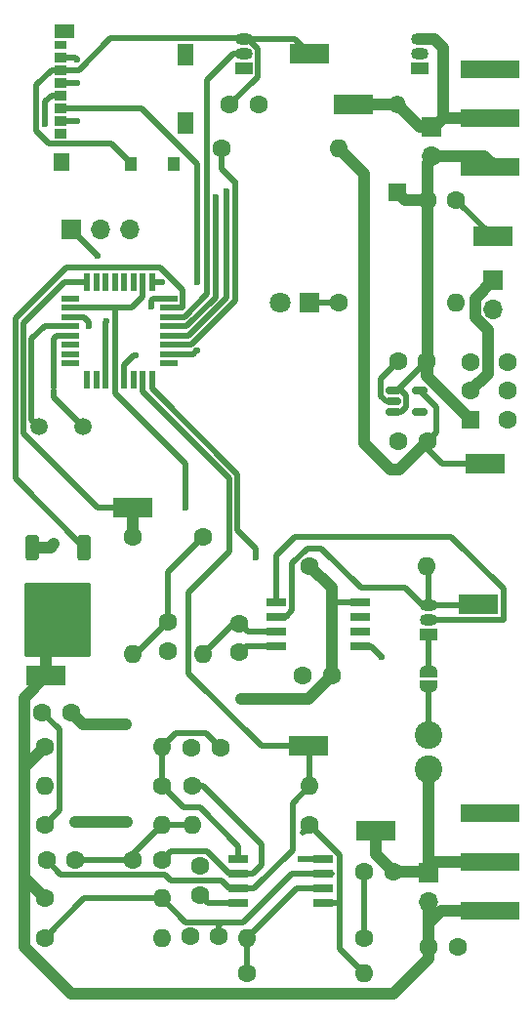
<source format=gbr>
%TF.GenerationSoftware,KiCad,Pcbnew,8.0.5*%
%TF.CreationDate,2024-10-24T17:31:16-06:00*%
%TF.ProjectId,fluxgate,666c7578-6761-4746-952e-6b696361645f,rev?*%
%TF.SameCoordinates,Original*%
%TF.FileFunction,Copper,L1,Top*%
%TF.FilePolarity,Positive*%
%FSLAX46Y46*%
G04 Gerber Fmt 4.6, Leading zero omitted, Abs format (unit mm)*
G04 Created by KiCad (PCBNEW 8.0.5) date 2024-10-24 17:31:16*
%MOMM*%
%LPD*%
G01*
G04 APERTURE LIST*
G04 Aperture macros list*
%AMRoundRect*
0 Rectangle with rounded corners*
0 $1 Rounding radius*
0 $2 $3 $4 $5 $6 $7 $8 $9 X,Y pos of 4 corners*
0 Add a 4 corners polygon primitive as box body*
4,1,4,$2,$3,$4,$5,$6,$7,$8,$9,$2,$3,0*
0 Add four circle primitives for the rounded corners*
1,1,$1+$1,$2,$3*
1,1,$1+$1,$4,$5*
1,1,$1+$1,$6,$7*
1,1,$1+$1,$8,$9*
0 Add four rect primitives between the rounded corners*
20,1,$1+$1,$2,$3,$4,$5,0*
20,1,$1+$1,$4,$5,$6,$7,0*
20,1,$1+$1,$6,$7,$8,$9,0*
20,1,$1+$1,$8,$9,$2,$3,0*%
%AMFreePoly0*
4,1,19,0.000000,0.744911,0.071157,0.744911,0.207708,0.704816,0.327430,0.627875,0.420627,0.520320,0.479746,0.390866,0.500000,0.250000,0.500000,-0.250000,0.479746,-0.390866,0.420627,-0.520320,0.327430,-0.627875,0.207708,-0.704816,0.071157,-0.744911,0.000000,-0.744911,0.000000,-0.750000,-0.500000,-0.750000,-0.500000,0.750000,0.000000,0.750000,0.000000,0.744911,0.000000,0.744911,
$1*%
%AMFreePoly1*
4,1,19,0.500000,-0.750000,0.000000,-0.750000,0.000000,-0.744911,-0.071157,-0.744911,-0.207708,-0.704816,-0.327430,-0.627875,-0.420627,-0.520320,-0.479746,-0.390866,-0.500000,-0.250000,-0.500000,0.250000,-0.479746,0.390866,-0.420627,0.520320,-0.327430,0.627875,-0.207708,0.704816,-0.071157,0.744911,0.000000,0.744911,0.000000,0.750000,0.500000,0.750000,0.500000,-0.750000,0.500000,-0.750000,
$1*%
G04 Aperture macros list end*
%TA.AperFunction,ComponentPad*%
%ADD10O,1.500000X1.050000*%
%TD*%
%TA.AperFunction,ComponentPad*%
%ADD11R,1.500000X1.050000*%
%TD*%
%TA.AperFunction,ComponentPad*%
%ADD12C,1.600000*%
%TD*%
%TA.AperFunction,ComponentPad*%
%ADD13O,1.600000X1.600000*%
%TD*%
%TA.AperFunction,SMDPad,CuDef*%
%ADD14R,3.400000X1.800000*%
%TD*%
%TA.AperFunction,SMDPad,CuDef*%
%ADD15R,5.080000X1.500000*%
%TD*%
%TA.AperFunction,SMDPad,CuDef*%
%ADD16RoundRect,0.150000X-0.512500X-0.150000X0.512500X-0.150000X0.512500X0.150000X-0.512500X0.150000X0*%
%TD*%
%TA.AperFunction,SMDPad,CuDef*%
%ADD17R,0.550000X1.600000*%
%TD*%
%TA.AperFunction,SMDPad,CuDef*%
%ADD18R,1.600000X0.550000*%
%TD*%
%TA.AperFunction,SMDPad,CuDef*%
%ADD19RoundRect,0.250000X-0.350000X0.850000X-0.350000X-0.850000X0.350000X-0.850000X0.350000X0.850000X0*%
%TD*%
%TA.AperFunction,SMDPad,CuDef*%
%ADD20RoundRect,0.250000X-1.125000X1.275000X-1.125000X-1.275000X1.125000X-1.275000X1.125000X1.275000X0*%
%TD*%
%TA.AperFunction,SMDPad,CuDef*%
%ADD21RoundRect,0.249997X-2.650003X2.950003X-2.650003X-2.950003X2.650003X-2.950003X2.650003X2.950003X0*%
%TD*%
%TA.AperFunction,ComponentPad*%
%ADD22C,1.800000*%
%TD*%
%TA.AperFunction,ComponentPad*%
%ADD23R,1.800000X1.800000*%
%TD*%
%TA.AperFunction,ComponentPad*%
%ADD24C,2.400000*%
%TD*%
%TA.AperFunction,SMDPad,CuDef*%
%ADD25R,1.700000X0.650000*%
%TD*%
%TA.AperFunction,ComponentPad*%
%ADD26O,1.700000X1.700000*%
%TD*%
%TA.AperFunction,ComponentPad*%
%ADD27R,1.700000X1.700000*%
%TD*%
%TA.AperFunction,ComponentPad*%
%ADD28R,1.600000X1.600000*%
%TD*%
%TA.AperFunction,ComponentPad*%
%ADD29C,1.500000*%
%TD*%
%TA.AperFunction,SMDPad,CuDef*%
%ADD30R,1.800000X1.170000*%
%TD*%
%TA.AperFunction,SMDPad,CuDef*%
%ADD31R,1.350000X1.900000*%
%TD*%
%TA.AperFunction,SMDPad,CuDef*%
%ADD32R,1.350000X1.550000*%
%TD*%
%TA.AperFunction,SMDPad,CuDef*%
%ADD33R,1.000000X1.200000*%
%TD*%
%TA.AperFunction,SMDPad,CuDef*%
%ADD34R,1.100000X0.750000*%
%TD*%
%TA.AperFunction,SMDPad,CuDef*%
%ADD35R,1.100000X0.850000*%
%TD*%
%TA.AperFunction,ComponentPad*%
%ADD36O,1.500000X1.500000*%
%TD*%
%TA.AperFunction,ComponentPad*%
%ADD37R,1.500000X1.500000*%
%TD*%
%TA.AperFunction,SMDPad,CuDef*%
%ADD38FreePoly0,90.000000*%
%TD*%
%TA.AperFunction,SMDPad,CuDef*%
%ADD39FreePoly1,90.000000*%
%TD*%
%TA.AperFunction,ViaPad*%
%ADD40C,0.600000*%
%TD*%
%TA.AperFunction,Conductor*%
%ADD41C,1.000000*%
%TD*%
%TA.AperFunction,Conductor*%
%ADD42C,0.500000*%
%TD*%
G04 APERTURE END LIST*
D10*
%TO.P,Q3,3,C*%
%TO.N,Net-(Q3-C)*%
X189992000Y-80899000D03*
%TO.P,Q3,2,B*%
%TO.N,Net-(Q3-B)*%
X189992000Y-82169000D03*
D11*
%TO.P,Q3,1,E*%
%TO.N,Net-(JP1-B)*%
X189992000Y-83439000D03*
%TD*%
D12*
%TO.P,C8,2*%
%TO.N,GND*%
X192512000Y-110490000D03*
%TO.P,C8,1*%
%TO.N,SENSOR_GND*%
X190012000Y-110490000D03*
%TD*%
D13*
%TO.P,R2,2*%
%TO.N,Net-(U5A-+)*%
X170434000Y-85090000D03*
D12*
%TO.P,R2,1*%
%TO.N,Net-(C2-Pad2)*%
X170434000Y-74930000D03*
%TD*%
D14*
%TO.P,TP1,1,1*%
%TO.N,GND*%
X195580000Y-48895000D03*
%TD*%
%TO.P,TP7,1,1*%
%TO.N,ADC+*%
X179578000Y-93091000D03*
%TD*%
D13*
%TO.P,R7,2*%
%TO.N,GND*%
X192405000Y-54610000D03*
D12*
%TO.P,R7,1*%
%TO.N,Net-(D1-K)*%
X182245000Y-54610000D03*
%TD*%
D15*
%TO.P,J1,2,Ext*%
%TO.N,VDD*%
X195326000Y-42858000D03*
X195326000Y-34358000D03*
%TO.P,J1,1,In*%
%TO.N,Net-(D4-A)*%
X195326000Y-38608000D03*
%TD*%
D16*
%TO.P,U4,5,OUT*%
%TO.N,+3V3*%
X189250000Y-62230000D03*
%TO.P,U4,4,NC*%
%TO.N,unconnected-(U4-NC-Pad4)*%
X189250000Y-64130000D03*
%TO.P,U4,3,EN*%
%TO.N,VDD*%
X186975000Y-64130000D03*
%TO.P,U4,2,GND*%
%TO.N,GND*%
X186975000Y-63180000D03*
%TO.P,U4,1,IN*%
%TO.N,VDD*%
X186975000Y-62230000D03*
%TD*%
D17*
%TO.P,U1,32,PA2*%
%TO.N,ADC-*%
X165995000Y-61330000D03*
%TO.P,U1,31,PA1*%
%TO.N,ADC+*%
X165195000Y-61330000D03*
%TO.P,U1,30,PA0*%
%TO.N,unconnected-(U1-PA0-Pad30)*%
X164395000Y-61330000D03*
%TO.P,U1,29,GND*%
%TO.N,GND*%
X163595000Y-61330000D03*
%TO.P,U1,28,VDD*%
%TO.N,+3V3*%
X162795000Y-61330000D03*
%TO.P,U1,27,UPDI*%
%TO.N,Net-(J5-Pin_2)*%
X161995000Y-61330000D03*
%TO.P,U1,26,~{RESET}/PF6*%
%TO.N,unconnected-(U1-~{RESET}{slash}PF6-Pad26)*%
X161195000Y-61330000D03*
%TO.P,U1,25,PF5*%
%TO.N,unconnected-(U1-PF5-Pad25)*%
X160395000Y-61330000D03*
D18*
%TO.P,U1,24,PF4*%
%TO.N,unconnected-(U1-PF4-Pad24)*%
X158945000Y-59880000D03*
%TO.P,U1,23,PF3*%
%TO.N,unconnected-(U1-PF3-Pad23)*%
X158945000Y-59080000D03*
%TO.P,U1,22,PF2*%
%TO.N,unconnected-(U1-PF2-Pad22)*%
X158945000Y-58280000D03*
%TO.P,U1,21,XTAL32K2/PF1*%
%TO.N,Net-(U1-XTAL32K2{slash}PF1)*%
X158945000Y-57480000D03*
%TO.P,U1,20,XTAL32K1/PF0*%
%TO.N,Net-(U1-XTAL32K1{slash}PF0)*%
X158945000Y-56680000D03*
%TO.P,U1,19,GND*%
%TO.N,GND*%
X158945000Y-55880000D03*
%TO.P,U1,18,AVDD*%
%TO.N,+3V3*%
X158945000Y-55080000D03*
%TO.P,U1,17,VREFA/PD7*%
%TO.N,unconnected-(U1-VREFA{slash}PD7-Pad17)*%
X158945000Y-54280000D03*
D17*
%TO.P,U1,16,PD6*%
%TO.N,Comp*%
X160395000Y-52830000D03*
%TO.P,U1,15,PD5*%
%TO.N,unconnected-(U1-PD5-Pad15)*%
X161195000Y-52830000D03*
%TO.P,U1,14,PD4*%
%TO.N,unconnected-(U1-PD4-Pad14)*%
X161995000Y-52830000D03*
%TO.P,U1,13,PD3*%
%TO.N,unconnected-(U1-PD3-Pad13)*%
X162795000Y-52830000D03*
%TO.P,U1,12,PD2*%
%TO.N,unconnected-(U1-PD2-Pad12)*%
X163595000Y-52830000D03*
%TO.P,U1,11,PD1*%
%TO.N,unconnected-(U1-PD1-Pad11)*%
X164395000Y-52830000D03*
%TO.P,U1,10,PD0*%
%TO.N,+3V3*%
X165195000Y-52830000D03*
%TO.P,U1,9,PC3*%
%TO.N,DRIVE_GATE*%
X165995000Y-52830000D03*
D18*
%TO.P,U1,8,PC2*%
%TO.N,Net-(D1-A)*%
X167445000Y-54280000D03*
%TO.P,U1,7,PC1*%
%TO.N,E_SENSOR*%
X167445000Y-55080000D03*
%TO.P,U1,6,PC0*%
%TO.N,E_CARD*%
X167445000Y-55880000D03*
%TO.P,U1,5,PA7*%
%TO.N,CS*%
X167445000Y-56680000D03*
%TO.P,U1,4,PA6*%
%TO.N,SCK*%
X167445000Y-57480000D03*
%TO.P,U1,3,PA5*%
%TO.N,MISO*%
X167445000Y-58280000D03*
%TO.P,U1,2,PA4*%
%TO.N,MOSI*%
X167445000Y-59080000D03*
%TO.P,U1,1,PA3*%
%TO.N,unconnected-(U1-PA3-Pad1)*%
X167445000Y-59880000D03*
%TD*%
D12*
%TO.P,C9,2*%
%TO.N,+3V3*%
X181610000Y-86995000D03*
%TO.P,C9,1*%
%TO.N,GND*%
X179110000Y-86995000D03*
%TD*%
D13*
%TO.P,R10,2*%
%TO.N,Net-(R10-Pad2)*%
X184404000Y-112776000D03*
D12*
%TO.P,R10,1*%
%TO.N,Net-(U2A--)*%
X174244000Y-112776000D03*
%TD*%
%TO.P,C4,2*%
%TO.N,+3V3*%
X170180000Y-106005000D03*
%TO.P,C4,1*%
%TO.N,GND*%
X170180000Y-103505000D03*
%TD*%
D13*
%TO.P,R14,2*%
%TO.N,+3V3*%
X156718000Y-96520000D03*
D12*
%TO.P,R14,1*%
%TO.N,ADC-*%
X166878000Y-96520000D03*
%TD*%
%TO.P,C1,2*%
%TO.N,Net-(U5A-+)*%
X173609000Y-82443000D03*
%TO.P,C1,1*%
%TO.N,GND*%
X173609000Y-84943000D03*
%TD*%
D19*
%TO.P,Q5,3,S*%
%TO.N,GND*%
X155580000Y-75845000D03*
D20*
%TO.P,Q5,2,D*%
%TO.N,SENSOR_GND*%
X156335000Y-83820000D03*
X159385000Y-83820000D03*
D21*
X157860000Y-82145000D03*
D20*
X156335000Y-80470000D03*
X159385000Y-80470000D03*
D19*
%TO.P,Q5,1,G*%
%TO.N,E_SENSOR*%
X160140000Y-75845000D03*
%TD*%
D12*
%TO.P,C5,2*%
%TO.N,VDD*%
X189865000Y-59690000D03*
%TO.P,C5,1*%
%TO.N,GND*%
X187365000Y-59690000D03*
%TD*%
D14*
%TO.P,TP8,1,1*%
%TO.N,Comp*%
X164338000Y-72390000D03*
%TD*%
%TO.P,TP3,1,1*%
%TO.N,SENSOR_GND*%
X156845000Y-86995000D03*
%TD*%
D22*
%TO.P,D1,2,A*%
%TO.N,Net-(D1-A)*%
X177165000Y-54610000D03*
D23*
%TO.P,D1,1,K*%
%TO.N,Net-(D1-K)*%
X179705000Y-54610000D03*
%TD*%
D24*
%TO.P,L1,2,2*%
%TO.N,Compensation*%
X189992000Y-92123000D03*
%TO.P,L1,1,1*%
%TO.N,Net-(J8-Pin_1)*%
X189992000Y-95123000D03*
%TD*%
D13*
%TO.P,R5,2*%
%TO.N,+3V3*%
X166878000Y-109728000D03*
D12*
%TO.P,R5,1*%
%TO.N,Net-(U2A-+)*%
X156718000Y-109728000D03*
%TD*%
%TO.P,C15,2*%
%TO.N,Net-(U2B--)*%
X166878000Y-102997000D03*
%TO.P,C15,1*%
%TO.N,Net-(C14-Pad1)*%
X164378000Y-102997000D03*
%TD*%
%TO.P,C7,2*%
%TO.N,GND*%
X175260000Y-37465000D03*
%TO.P,C7,1*%
%TO.N,CARD_GND*%
X172760000Y-37465000D03*
%TD*%
%TO.P,C10,2*%
%TO.N,Net-(U2A-+)*%
X171831000Y-109601000D03*
%TO.P,C10,1*%
%TO.N,GND*%
X169331000Y-109601000D03*
%TD*%
D25*
%TO.P,U5,8,V+*%
%TO.N,+3V3*%
X184105866Y-80585122D03*
%TO.P,U5,7*%
%TO.N,unconnected-(U5-Pad7)*%
X184105866Y-81855122D03*
%TO.P,U5,6,-*%
%TO.N,unconnected-(U5B---Pad6)*%
X184105866Y-83125122D03*
%TO.P,U5,5,+*%
%TO.N,GND*%
X184105866Y-84395122D03*
%TO.P,U5,4,V-*%
X176805866Y-84395122D03*
%TO.P,U5,3,+*%
%TO.N,Net-(U5A-+)*%
X176805866Y-83125122D03*
%TO.P,U5,2,-*%
%TO.N,Net-(Q3-C)*%
X176805866Y-81855122D03*
%TO.P,U5,1*%
%TO.N,Net-(Q3-B)*%
X176805866Y-80585122D03*
%TD*%
D13*
%TO.P,R1,2*%
%TO.N,Net-(Q3-C)*%
X189865000Y-77470000D03*
D12*
%TO.P,R1,1*%
%TO.N,+3V3*%
X179705000Y-77470000D03*
%TD*%
D26*
%TO.P,J3,2,Pin_2*%
%TO.N,GND*%
X195580000Y-55240000D03*
D27*
%TO.P,J3,1,Pin_1*%
%TO.N,Net-(J3-Pin_1)*%
X195580000Y-52700000D03*
%TD*%
D12*
%TO.P,C16,2*%
%TO.N,ADC-*%
X171958000Y-93218000D03*
%TO.P,C16,1*%
%TO.N,GND*%
X169458000Y-93218000D03*
%TD*%
%TO.P,C13,2*%
%TO.N,Net-(C13-Pad2)*%
X184444000Y-104013000D03*
%TO.P,C13,1*%
%TO.N,Net-(J8-Pin_1)*%
X186944000Y-104013000D03*
%TD*%
%TO.P,SW1,6*%
%TO.N,N/C*%
X196875000Y-59770000D03*
%TO.P,SW1,5*%
X196875000Y-62270000D03*
%TO.P,SW1,4*%
X196875000Y-64770000D03*
%TO.P,SW1,3,C*%
%TO.N,unconnected-(SW1-C-Pad3)*%
X193675000Y-59770000D03*
%TO.P,SW1,2,B*%
%TO.N,Net-(J3-Pin_1)*%
X193675000Y-62270000D03*
D28*
%TO.P,SW1,1,A*%
%TO.N,VDD*%
X193675000Y-64770000D03*
%TD*%
D12*
%TO.P,C14,2*%
%TO.N,ADC+*%
X156865000Y-102997000D03*
%TO.P,C14,1*%
%TO.N,Net-(C14-Pad1)*%
X159365000Y-102997000D03*
%TD*%
D29*
%TO.P,Y1,2,2*%
%TO.N,Net-(U1-XTAL32K1{slash}PF0)*%
X156220000Y-65405000D03*
%TO.P,Y1,1,1*%
%TO.N,Net-(U1-XTAL32K2{slash}PF1)*%
X160020000Y-65405000D03*
%TD*%
D25*
%TO.P,U2,8,V+*%
%TO.N,+3V3*%
X173515000Y-106680000D03*
%TO.P,U2,7*%
%TO.N,ADC+*%
X173515000Y-105410000D03*
%TO.P,U2,6,-*%
%TO.N,Net-(U2B--)*%
X173515000Y-104140000D03*
%TO.P,U2,5,+*%
%TO.N,ADC-*%
X173515000Y-102870000D03*
%TO.P,U2,4,V-*%
%TO.N,GND*%
X180815000Y-102870000D03*
%TO.P,U2,3,+*%
%TO.N,Net-(U2A-+)*%
X180815000Y-104140000D03*
%TO.P,U2,2,-*%
%TO.N,Net-(U2A--)*%
X180815000Y-105410000D03*
%TO.P,U2,1*%
%TO.N,Net-(R10-Pad2)*%
X180815000Y-106680000D03*
%TD*%
D12*
%TO.P,C11,2*%
%TO.N,Net-(C11-Pad2)*%
X156504000Y-90170000D03*
%TO.P,C11,1*%
%TO.N,GND*%
X159004000Y-90170000D03*
%TD*%
D10*
%TO.P,Q4,3,D*%
%TO.N,CARD_GND*%
X173990000Y-31750000D03*
%TO.P,Q4,2,G*%
%TO.N,E_CARD*%
X173990000Y-33020000D03*
D11*
%TO.P,Q4,1,S*%
%TO.N,GND*%
X173990000Y-34290000D03*
%TD*%
D12*
%TO.P,C2,2*%
%TO.N,Net-(C2-Pad2)*%
X167386000Y-82336000D03*
%TO.P,C2,1*%
%TO.N,GND*%
X167386000Y-84836000D03*
%TD*%
D13*
%TO.P,R16,2*%
%TO.N,ADC+*%
X179705000Y-96520000D03*
D12*
%TO.P,R16,1*%
%TO.N,Net-(U2B--)*%
X169545000Y-96520000D03*
%TD*%
D30*
%TO.P,J7,11*%
%TO.N,N/C*%
X158412500Y-31075000D03*
D31*
X168887500Y-33100000D03*
X168887500Y-39070000D03*
D32*
X158187500Y-42395000D03*
D33*
%TO.P,J7,10*%
X167912500Y-42570000D03*
%TO.P,J7,9,SHIELD*%
%TO.N,CARD_GND*%
X164212500Y-42570000D03*
D34*
%TO.P,J7,8,DAT1*%
%TO.N,unconnected-(J7-DAT1-Pad8)*%
X158062500Y-32285000D03*
D35*
%TO.P,J7,7,DAT0*%
%TO.N,MISO*%
X158062500Y-33335000D03*
%TO.P,J7,6,VSS*%
%TO.N,CARD_GND*%
X158062500Y-34435000D03*
%TO.P,J7,5,CLK*%
%TO.N,SCK*%
X158062500Y-35535000D03*
%TO.P,J7,4,VDD*%
%TO.N,+3V3*%
X158062500Y-36635000D03*
%TO.P,J7,3,CMD*%
%TO.N,MOSI*%
X158062500Y-37735000D03*
%TO.P,J7,2,DAT3/CD*%
%TO.N,CS*%
X158062500Y-38835000D03*
%TO.P,J7,1,DAT2*%
%TO.N,unconnected-(J7-DAT2-Pad1)*%
X158062500Y-39935000D03*
%TD*%
D14*
%TO.P,TP6,1,1*%
%TO.N,Net-(J8-Pin_1)*%
X185420000Y-100457000D03*
%TD*%
D26*
%TO.P,J2,2,Pin_2*%
%TO.N,VDD*%
X190246000Y-41910000D03*
D27*
%TO.P,J2,1,Pin_1*%
%TO.N,Net-(D4-A)*%
X190246000Y-39370000D03*
%TD*%
D13*
%TO.P,R3,2*%
%TO.N,Net-(C2-Pad2)*%
X164338000Y-85090000D03*
D12*
%TO.P,R3,1*%
%TO.N,Comp*%
X164338000Y-74930000D03*
%TD*%
D26*
%TO.P,J5,3,Pin_3*%
%TO.N,GND*%
X164099000Y-48260000D03*
%TO.P,J5,2,Pin_2*%
%TO.N,Net-(J5-Pin_2)*%
X161559000Y-48260000D03*
D27*
%TO.P,J5,1,Pin_1*%
%TO.N,+3V3*%
X159019000Y-48260000D03*
%TD*%
D14*
%TO.P,TP4,1,1*%
%TO.N,Net-(D4-A)*%
X183515000Y-37465000D03*
%TD*%
D12*
%TO.P,C3,2*%
%TO.N,GND*%
X192405000Y-45720000D03*
%TO.P,C3,1*%
%TO.N,VDD*%
X189905000Y-45720000D03*
%TD*%
D13*
%TO.P,R8,2*%
%TO.N,Net-(U2A-+)*%
X166878000Y-106299000D03*
D12*
%TO.P,R8,1*%
%TO.N,SENSOR_GND*%
X156718000Y-106299000D03*
%TD*%
D13*
%TO.P,R13,2*%
%TO.N,Net-(C14-Pad1)*%
X166878000Y-99949000D03*
D12*
%TO.P,R13,1*%
%TO.N,Net-(C11-Pad2)*%
X156718000Y-99949000D03*
%TD*%
D13*
%TO.P,R9,2*%
%TO.N,Net-(U2A--)*%
X174244000Y-109728000D03*
D12*
%TO.P,R9,1*%
%TO.N,Net-(C13-Pad2)*%
X184404000Y-109728000D03*
%TD*%
D36*
%TO.P,D4,2,A*%
%TO.N,Net-(D4-A)*%
X187325000Y-37465000D03*
D37*
%TO.P,D4,1,K*%
%TO.N,VDD*%
X187325000Y-45085000D03*
%TD*%
D15*
%TO.P,J9,2,Ext*%
%TO.N,SENSOR_GND*%
X195297500Y-107374000D03*
X195297500Y-98874000D03*
%TO.P,J9,1,In*%
%TO.N,Net-(J8-Pin_1)*%
X195297500Y-103124000D03*
%TD*%
D12*
%TO.P,C6,2*%
%TO.N,+3V3*%
X189885000Y-66675000D03*
%TO.P,C6,1*%
%TO.N,GND*%
X187385000Y-66675000D03*
%TD*%
D38*
%TO.P,JP1,2,B*%
%TO.N,Net-(JP1-B)*%
X189992000Y-86599000D03*
D39*
%TO.P,JP1,1,A*%
%TO.N,Compensation*%
X189992000Y-87899000D03*
%TD*%
D14*
%TO.P,TP5,1,1*%
%TO.N,+3V3*%
X194945000Y-68580000D03*
%TD*%
D13*
%TO.P,R12,2*%
%TO.N,Net-(C14-Pad1)*%
X169545000Y-99949000D03*
D12*
%TO.P,R12,1*%
%TO.N,Net-(R10-Pad2)*%
X179705000Y-99949000D03*
%TD*%
D26*
%TO.P,J8,2,Pin_2*%
%TO.N,SENSOR_GND*%
X189967870Y-106581807D03*
D27*
%TO.P,J8,1,Pin_1*%
%TO.N,Net-(J8-Pin_1)*%
X189967870Y-104041807D03*
%TD*%
D13*
%TO.P,R15,2*%
%TO.N,ADC-*%
X166893800Y-93133849D03*
D12*
%TO.P,R15,1*%
%TO.N,SENSOR_GND*%
X156733800Y-93133849D03*
%TD*%
D14*
%TO.P,TP9,1,1*%
%TO.N,Net-(Q3-C)*%
X194349983Y-80800942D03*
%TD*%
D10*
%TO.P,Q1,3,D*%
%TO.N,Net-(D4-A)*%
X189230000Y-31750000D03*
%TO.P,Q1,2,G*%
%TO.N,DRIVE_GATE*%
X189230000Y-33020000D03*
D11*
%TO.P,Q1,1,S*%
%TO.N,GND*%
X189230000Y-34290000D03*
%TD*%
D13*
%TO.P,R6,2*%
%TO.N,+3V3*%
X182245000Y-41275000D03*
D12*
%TO.P,R6,1*%
%TO.N,MISO*%
X172085000Y-41275000D03*
%TD*%
D14*
%TO.P,TP2,1,1*%
%TO.N,CARD_GND*%
X179705000Y-33020000D03*
%TD*%
D40*
%TO.N,SENSOR_GND*%
X195300600Y-107374000D03*
X195297500Y-98874000D03*
%TO.N,VDD*%
X195326000Y-42858000D03*
X195326000Y-34358000D03*
%TO.N,+3V3*%
X173700196Y-89027000D03*
%TO.N,GND*%
X185928000Y-85344000D03*
X163766500Y-91186000D03*
X157480000Y-75565000D03*
X159385000Y-99695000D03*
X163830000Y-99695000D03*
X178943000Y-102870000D03*
X160528000Y-56642000D03*
X164592000Y-59182000D03*
%TO.N,+3V3*%
X168910000Y-72390000D03*
X161305000Y-50546000D03*
X156718000Y-39116000D03*
X161798000Y-55080000D03*
%TO.N,ADC-*%
X175006000Y-76708000D03*
%TO.N,Net-(D1-A)*%
X165989000Y-54991000D03*
%TO.N,Net-(J5-Pin_2)*%
X162045000Y-56235600D03*
%TO.N,SCK*%
X172466000Y-44958000D03*
X159512000Y-35560000D03*
%TO.N,MISO*%
X159512000Y-33528000D03*
X173228000Y-44196000D03*
%TO.N,CS*%
X159512000Y-38862000D03*
X171565000Y-45466000D03*
%TO.N,MOSI*%
X169926000Y-52832000D03*
X169937174Y-58783287D03*
%TO.N,DRIVE_GATE*%
X166894669Y-52815331D03*
%TD*%
D41*
%TO.N,SENSOR_GND*%
X195300600Y-107374000D02*
X195805500Y-107374000D01*
D42*
%TO.N,MOSI*%
X169937174Y-58783287D02*
X169866463Y-58783287D01*
X169866463Y-58783287D02*
X169569750Y-59080000D01*
X169569750Y-59080000D02*
X167445000Y-59080000D01*
%TO.N,Net-(J5-Pin_2)*%
X162045000Y-56235600D02*
X161995000Y-56285600D01*
X161995000Y-56285600D02*
X161995000Y-61330000D01*
D41*
%TO.N,VDD*%
X194852500Y-41905000D02*
X194852500Y-42384500D01*
X194852500Y-42384500D02*
X195326000Y-42858000D01*
D42*
%TO.N,ADC+*%
X179578000Y-93091000D02*
X175514000Y-93091000D01*
X175514000Y-93091000D02*
X169184000Y-86761000D01*
X169184000Y-86761000D02*
X169184000Y-79736000D01*
X169184000Y-79736000D02*
X172720000Y-76200000D01*
X172720000Y-76200000D02*
X172720000Y-69850000D01*
X172720000Y-69850000D02*
X165195000Y-62325000D01*
X165195000Y-62325000D02*
X165195000Y-61330000D01*
D41*
%TO.N,+3V3*%
X173700196Y-89027000D02*
X179578000Y-89027000D01*
X179578000Y-89027000D02*
X181610000Y-86995000D01*
D42*
%TO.N,GND*%
X178943000Y-102870000D02*
X180815000Y-102870000D01*
%TO.N,Net-(U2B--)*%
X169545000Y-96520000D02*
X170434000Y-96520000D01*
X170434000Y-96520000D02*
X175514000Y-101600000D01*
X175514000Y-101600000D02*
X175514000Y-103378000D01*
X175514000Y-103378000D02*
X174752000Y-104140000D01*
X174752000Y-104140000D02*
X173515000Y-104140000D01*
%TO.N,ADC+*%
X173515000Y-105410000D02*
X174879000Y-105410000D01*
X178205001Y-102083999D02*
X178205001Y-98019999D01*
X174879000Y-105410000D02*
X178205001Y-102083999D01*
X178205001Y-98019999D02*
X179705000Y-96520000D01*
%TO.N,Net-(Q3-B)*%
X176805866Y-80585122D02*
X176805866Y-76559134D01*
X176805866Y-76559134D02*
X178435000Y-74930000D01*
X178435000Y-74930000D02*
X191979041Y-74930000D01*
X191979041Y-74930000D02*
X196499983Y-79450942D01*
X196499983Y-79450942D02*
X196499983Y-82150942D01*
X190373000Y-82169000D02*
X190119000Y-82423000D01*
X196499983Y-82150942D02*
X196481925Y-82169000D01*
X196481925Y-82169000D02*
X190373000Y-82169000D01*
%TO.N,Net-(Q3-C)*%
X189992000Y-80899000D02*
X189484000Y-80899000D01*
X184150000Y-79375000D02*
X180721000Y-75946000D01*
X189484000Y-80899000D02*
X187960000Y-79375000D01*
X187960000Y-79375000D02*
X184150000Y-79375000D01*
X180721000Y-75946000D02*
X179461233Y-75946000D01*
X179461233Y-75946000D02*
X178181000Y-77226233D01*
X178181000Y-77226233D02*
X178181000Y-81284988D01*
X178181000Y-81284988D02*
X177610866Y-81855122D01*
X177610866Y-81855122D02*
X176805866Y-81855122D01*
%TO.N,GND*%
X186975000Y-63180000D02*
X186312501Y-63180000D01*
X180815000Y-102870000D02*
X180975000Y-102870000D01*
D41*
X160020000Y-91186000D02*
X159004000Y-90170000D01*
D42*
X176805866Y-84395122D02*
X174156878Y-84395122D01*
X185862500Y-62729999D02*
X185862500Y-61192500D01*
X163595000Y-61330000D02*
X163595000Y-60030000D01*
X163595000Y-60030000D02*
X164443000Y-59182000D01*
X160528000Y-56288000D02*
X160528000Y-56642000D01*
D41*
X161290000Y-91186000D02*
X163766500Y-91186000D01*
D42*
X185862500Y-61192500D02*
X187365000Y-59690000D01*
X164443000Y-59182000D02*
X164592000Y-59182000D01*
X184105866Y-84395122D02*
X184979122Y-84395122D01*
D41*
X155580000Y-75845000D02*
X157200000Y-75845000D01*
D42*
X184979122Y-84395122D02*
X185928000Y-85344000D01*
D41*
X157200000Y-75845000D02*
X157480000Y-75565000D01*
D42*
X160120000Y-55880000D02*
X160528000Y-56288000D01*
D41*
X161290000Y-91186000D02*
X160020000Y-91186000D01*
D42*
X195580000Y-48895000D02*
X192405000Y-45720000D01*
X158945000Y-55880000D02*
X160120000Y-55880000D01*
D41*
X159385000Y-99695000D02*
X163830000Y-99695000D01*
D42*
X174156878Y-84395122D02*
X173609000Y-84943000D01*
X186312501Y-63180000D02*
X185862500Y-62729999D01*
%TO.N,Net-(U5A-+)*%
X174291122Y-83125122D02*
X176805866Y-83125122D01*
X173081000Y-82443000D02*
X170434000Y-85090000D01*
X173609000Y-82443000D02*
X174291122Y-83125122D01*
X173609000Y-82443000D02*
X173081000Y-82443000D01*
%TO.N,Net-(C2-Pad2)*%
X167386000Y-77978000D02*
X170434000Y-74930000D01*
X164632000Y-85090000D02*
X167386000Y-82336000D01*
X167386000Y-82336000D02*
X167386000Y-77978000D01*
X164338000Y-85090000D02*
X164632000Y-85090000D01*
D41*
%TO.N,VDD*%
X190500000Y-41905000D02*
X194852500Y-41905000D01*
D42*
X188087500Y-63679999D02*
X188087500Y-62680001D01*
X187637499Y-62230000D02*
X186975000Y-62230000D01*
X186975000Y-64130000D02*
X187637499Y-64130000D01*
D41*
X193675000Y-64770000D02*
X189865000Y-60960000D01*
D42*
X187637499Y-64130000D02*
X188087500Y-63679999D01*
D41*
X194852500Y-41905000D02*
X195805500Y-42858000D01*
X189905000Y-42500000D02*
X190500000Y-41905000D01*
D42*
X188087500Y-62680001D02*
X187637499Y-62230000D01*
D41*
X187960000Y-45720000D02*
X187325000Y-45085000D01*
D42*
X187325000Y-62230000D02*
X189865000Y-59690000D01*
D41*
X189905000Y-60920000D02*
X189905000Y-45720000D01*
X189865000Y-60960000D02*
X189905000Y-60920000D01*
X189905000Y-45720000D02*
X189905000Y-42500000D01*
X189905000Y-45720000D02*
X187960000Y-45720000D01*
X189865000Y-60960000D02*
X189865000Y-59690000D01*
D42*
%TO.N,+3V3*%
X184105866Y-80585122D02*
X181669878Y-80585122D01*
X193695000Y-68580000D02*
X191155000Y-68580000D01*
D41*
X186690000Y-69088000D02*
X187472000Y-69088000D01*
D42*
X165195000Y-54130000D02*
X164245000Y-55080000D01*
X162795000Y-61330000D02*
X162795000Y-62505000D01*
X181669878Y-80585122D02*
X181610000Y-80645000D01*
D41*
X184404000Y-66802000D02*
X186690000Y-69088000D01*
D42*
X191155000Y-68580000D02*
X189885000Y-67310000D01*
X156718000Y-37204500D02*
X156718000Y-39116000D01*
X165195000Y-52830000D02*
X165195000Y-54130000D01*
D41*
X184404000Y-43434000D02*
X184404000Y-66802000D01*
D42*
X164245000Y-55080000D02*
X161798000Y-55080000D01*
X189250000Y-62230000D02*
X190684999Y-63664999D01*
X161798000Y-55080000D02*
X162795000Y-55080000D01*
D41*
X181610000Y-86995000D02*
X181610000Y-80645000D01*
D42*
X162795000Y-55080000D02*
X162795000Y-61330000D01*
X170180000Y-106005000D02*
X170855000Y-106680000D01*
X158062500Y-36635000D02*
X157287500Y-36635000D01*
X161305000Y-50546000D02*
X159019000Y-48260000D01*
D41*
X181610000Y-79375000D02*
X179705000Y-77470000D01*
D42*
X168910000Y-68620000D02*
X168910000Y-72390000D01*
X162795000Y-62505000D02*
X168910000Y-68620000D01*
D41*
X182245000Y-41275000D02*
X184404000Y-43434000D01*
D42*
X161798000Y-55080000D02*
X159766000Y-55080000D01*
X158945000Y-55080000D02*
X159766000Y-55080000D01*
X157287500Y-36635000D02*
X156718000Y-37204500D01*
X190684999Y-63664999D02*
X190684999Y-65875001D01*
D41*
X187472000Y-69088000D02*
X189885000Y-66675000D01*
D42*
X170855000Y-106680000D02*
X173515000Y-106680000D01*
D41*
X181610000Y-80645000D02*
X181610000Y-79375000D01*
D42*
X190684999Y-65875001D02*
X189885000Y-66675000D01*
%TO.N,CARD_GND*%
X172760000Y-37465000D02*
X175190000Y-35035000D01*
X174323858Y-31750000D02*
X173990000Y-31750000D01*
X157287500Y-34435000D02*
X155968000Y-35754500D01*
X173990000Y-31750000D02*
X173940000Y-31700000D01*
X175190000Y-32616142D02*
X174323858Y-31750000D01*
X157062500Y-40810000D02*
X162476000Y-40810000D01*
X179705000Y-33020000D02*
X178435000Y-31750000D01*
X175190000Y-35035000D02*
X175190000Y-32616142D01*
X162400661Y-31700000D02*
X159665661Y-34435000D01*
X164212500Y-42546500D02*
X164212500Y-42570000D01*
X159665661Y-34435000D02*
X158062500Y-34435000D01*
X155968000Y-35754500D02*
X155968000Y-39715500D01*
X178435000Y-31750000D02*
X173990000Y-31750000D01*
X158062500Y-34435000D02*
X157287500Y-34435000D01*
X162476000Y-40810000D02*
X164212500Y-42546500D01*
X173940000Y-31700000D02*
X162400661Y-31700000D01*
X155968000Y-39715500D02*
X157062500Y-40810000D01*
D41*
%TO.N,SENSOR_GND*%
X189967870Y-108482130D02*
X191076000Y-107374000D01*
X156845000Y-83160000D02*
X157860000Y-82145000D01*
X154940000Y-101727000D02*
X154940000Y-94927649D01*
X191076000Y-107374000D02*
X195300600Y-107374000D01*
X154940000Y-104521000D02*
X154940000Y-110490000D01*
X186928000Y-114570000D02*
X189967870Y-111530130D01*
X156718000Y-106299000D02*
X154940000Y-104521000D01*
X154940000Y-104521000D02*
X154940000Y-101727000D01*
X154940000Y-94927649D02*
X154940000Y-88900000D01*
X154940000Y-94927649D02*
X156733800Y-93133849D01*
X154940000Y-110490000D02*
X159020000Y-114570000D01*
X159020000Y-114570000D02*
X186928000Y-114570000D01*
X189967870Y-111530130D02*
X189967870Y-108482130D01*
X156845000Y-86995000D02*
X156845000Y-83160000D01*
X189967870Y-108482130D02*
X189967870Y-106581807D01*
X154940000Y-88900000D02*
X156845000Y-86995000D01*
D42*
%TO.N,Net-(U2A-+)*%
X171831000Y-108605000D02*
X172085000Y-108351000D01*
X178130000Y-104140000D02*
X173919000Y-108351000D01*
X180815000Y-104140000D02*
X181620000Y-104140000D01*
X172085000Y-108351000D02*
X171450000Y-108351000D01*
X166878000Y-106299000D02*
X160147000Y-106299000D01*
X171450000Y-108351000D02*
X168930000Y-108351000D01*
X171831000Y-109601000D02*
X171831000Y-108605000D01*
X168930000Y-108351000D02*
X166878000Y-106299000D01*
X180815000Y-104140000D02*
X178130000Y-104140000D01*
X173919000Y-108351000D02*
X171450000Y-108351000D01*
X160147000Y-106299000D02*
X156718000Y-109728000D01*
D41*
%TO.N,Net-(J8-Pin_1)*%
X189992000Y-102870000D02*
X189992000Y-104017677D01*
X185420000Y-100457000D02*
X185420000Y-102489000D01*
X189939063Y-104013000D02*
X189967870Y-104041807D01*
X195805500Y-103124000D02*
X190246000Y-103124000D01*
X189992000Y-104017677D02*
X189967870Y-104041807D01*
X189992000Y-95123000D02*
X189992000Y-102870000D01*
X185420000Y-102489000D02*
X186944000Y-104013000D01*
X186944000Y-104013000D02*
X189939063Y-104013000D01*
X190246000Y-103124000D02*
X189992000Y-102870000D01*
D42*
%TO.N,ADC+*%
X179705000Y-96520000D02*
X179705000Y-93218000D01*
X172720000Y-105410000D02*
X173515000Y-105410000D01*
X172065000Y-104755000D02*
X172720000Y-105410000D01*
X179705000Y-93218000D02*
X179578000Y-93091000D01*
X158115000Y-104247000D02*
X167112000Y-104247000D01*
X167620000Y-104755000D02*
X172065000Y-104755000D01*
X167112000Y-104247000D02*
X167620000Y-104755000D01*
X156865000Y-102997000D02*
X158115000Y-104247000D01*
%TO.N,Net-(C14-Pad1)*%
X164378000Y-102449000D02*
X166878000Y-99949000D01*
X164378000Y-102997000D02*
X159365000Y-102997000D01*
X166878000Y-99949000D02*
X169545000Y-99949000D01*
X164378000Y-102997000D02*
X164378000Y-102449000D01*
%TO.N,Net-(U2B--)*%
X172710000Y-104140000D02*
X173515000Y-104140000D01*
X167677999Y-102197001D02*
X170767001Y-102197001D01*
X170767001Y-102197001D02*
X172710000Y-104140000D01*
X166878000Y-102997000D02*
X167677999Y-102197001D01*
%TO.N,ADC-*%
X175006000Y-76708000D02*
X175006000Y-75946000D01*
X166878000Y-96520000D02*
X168783000Y-98425000D01*
X173420000Y-74360000D02*
X173420000Y-69534000D01*
X165995000Y-62109000D02*
X165995000Y-61330000D01*
X170708000Y-91968000D02*
X168059649Y-91968000D01*
X173420000Y-69534000D02*
X165995000Y-62109000D01*
X170180000Y-98425000D02*
X173515000Y-101760000D01*
X166893800Y-93133849D02*
X166893800Y-96504200D01*
X166893800Y-96504200D02*
X166878000Y-96520000D01*
X168783000Y-98425000D02*
X170180000Y-98425000D01*
X168059649Y-91968000D02*
X166893800Y-93133849D01*
X171958000Y-93218000D02*
X170708000Y-91968000D01*
X173515000Y-101760000D02*
X173515000Y-102870000D01*
X175006000Y-75946000D02*
X173420000Y-74360000D01*
%TO.N,Net-(D1-A)*%
X165989000Y-54436000D02*
X166145000Y-54280000D01*
X166145000Y-54280000D02*
X167445000Y-54280000D01*
X165989000Y-54991000D02*
X165989000Y-54436000D01*
%TO.N,Net-(D1-K)*%
X179705000Y-54610000D02*
X182245000Y-54610000D01*
D41*
%TO.N,Net-(D4-A)*%
X191257000Y-38608000D02*
X190500000Y-39365000D01*
X191262000Y-32512000D02*
X190500000Y-31750000D01*
X190500000Y-39365000D02*
X189225000Y-39365000D01*
X190500000Y-31750000D02*
X189230000Y-31750000D01*
X187325000Y-37465000D02*
X183515000Y-37465000D01*
X195805500Y-38608000D02*
X191257000Y-38608000D01*
X190500000Y-39365000D02*
X191262000Y-38603000D01*
X187325000Y-37465000D02*
X189225000Y-39365000D01*
X191262000Y-38603000D02*
X191262000Y-32512000D01*
%TO.N,Net-(J3-Pin_1)*%
X195175000Y-57027032D02*
X194030000Y-55882032D01*
X193675000Y-62270000D02*
X195175000Y-60770000D01*
X195175000Y-60770000D02*
X195175000Y-57027032D01*
X194030000Y-54250000D02*
X195580000Y-52700000D01*
X194030000Y-55882032D02*
X194030000Y-54250000D01*
D42*
%TO.N,SCK*%
X167445000Y-57480000D02*
X169189850Y-57480000D01*
X172466000Y-54203850D02*
X172466000Y-44958000D01*
X169189850Y-57480000D02*
X172466000Y-54203850D01*
X158062500Y-35535000D02*
X159487000Y-35535000D01*
X159487000Y-35535000D02*
X159512000Y-35560000D01*
%TO.N,MISO*%
X169379800Y-58280000D02*
X167445000Y-58280000D01*
X173228000Y-44196000D02*
X173228000Y-54431800D01*
X172974000Y-43942000D02*
X173228000Y-44196000D01*
X172085000Y-41275000D02*
X172085000Y-43053000D01*
X159319000Y-33335000D02*
X159512000Y-33528000D01*
X172085000Y-43053000D02*
X172974000Y-43942000D01*
X158062500Y-33335000D02*
X159319000Y-33335000D01*
X173228000Y-54431800D02*
X169379800Y-58280000D01*
%TO.N,CS*%
X171515000Y-45466000D02*
X171565000Y-45466000D01*
X167445000Y-56680000D02*
X168999900Y-56680000D01*
X171515000Y-54164900D02*
X171515000Y-45466000D01*
X168999900Y-56680000D02*
X171515000Y-54164900D01*
X159485000Y-38835000D02*
X159512000Y-38862000D01*
X158062500Y-38835000D02*
X159485000Y-38835000D01*
%TO.N,MOSI*%
X169926000Y-42583500D02*
X169926000Y-52832000D01*
X158062500Y-37735000D02*
X165077500Y-37735000D01*
X165077500Y-37735000D02*
X169926000Y-42583500D01*
%TO.N,Compensation*%
X189992000Y-87899000D02*
X189992000Y-92123000D01*
%TO.N,Net-(JP1-B)*%
X189992000Y-83439000D02*
X189992000Y-86599000D01*
%TO.N,DRIVE_GATE*%
X166880000Y-52830000D02*
X166894669Y-52815331D01*
X165995000Y-52830000D02*
X166880000Y-52830000D01*
%TO.N,E_CARD*%
X168809950Y-55880000D02*
X170815000Y-53874950D01*
X170815000Y-53874950D02*
X170815000Y-35290000D01*
X167445000Y-55880000D02*
X168809950Y-55880000D01*
X173085000Y-33020000D02*
X173990000Y-33020000D01*
X170815000Y-35290000D02*
X173085000Y-33020000D01*
%TO.N,E_SENSOR*%
X166720000Y-51580000D02*
X168695000Y-53555000D01*
X168695000Y-55005000D02*
X168620000Y-55080000D01*
X168620000Y-55080000D02*
X167445000Y-55080000D01*
X158605000Y-51580000D02*
X166720000Y-51580000D01*
X154175000Y-69880000D02*
X154175000Y-56010000D01*
X154175000Y-56010000D02*
X158605000Y-51580000D01*
X168695000Y-53555000D02*
X168695000Y-55005000D01*
X160140000Y-75845000D02*
X154175000Y-69880000D01*
%TO.N,Comp*%
X154875000Y-56375000D02*
X154875000Y-65975000D01*
X158420000Y-52830000D02*
X154875000Y-56375000D01*
D41*
X164338000Y-74930000D02*
X164338000Y-72390000D01*
D42*
X160395000Y-52830000D02*
X158420000Y-52830000D01*
X161290000Y-72390000D02*
X164338000Y-72390000D01*
X154875000Y-65975000D02*
X161290000Y-72390000D01*
%TO.N,Net-(U2A--)*%
X174244000Y-109728000D02*
X178562000Y-105410000D01*
X174244000Y-112776000D02*
X174244000Y-109728000D01*
X178562000Y-105410000D02*
X180815000Y-105410000D01*
%TO.N,Net-(U1-XTAL32K2{slash}PF1)*%
X158945000Y-57480000D02*
X157770000Y-57480000D01*
X160020000Y-65405000D02*
X157480000Y-62865000D01*
X157480000Y-57770000D02*
X157480000Y-62015000D01*
X157770000Y-57480000D02*
X157480000Y-57770000D01*
X157480000Y-62865000D02*
X157480000Y-62230000D01*
%TO.N,Net-(U1-XTAL32K1{slash}PF0)*%
X156220000Y-65405000D02*
X155575000Y-64760000D01*
X156680000Y-56680000D02*
X158945000Y-56680000D01*
X155575000Y-64760000D02*
X155575000Y-57785000D01*
X155575000Y-57785000D02*
X156680000Y-56680000D01*
%TO.N,Net-(C11-Pad2)*%
X157983800Y-98683200D02*
X156718000Y-99949000D01*
X156504000Y-90170000D02*
X157983800Y-91649800D01*
X157983800Y-91649800D02*
X157983800Y-98683200D01*
%TO.N,Net-(C13-Pad2)*%
X184444000Y-104013000D02*
X184444000Y-109688000D01*
X184444000Y-109688000D02*
X184404000Y-109728000D01*
X184317000Y-104140000D02*
X184444000Y-104013000D01*
X184404000Y-104053000D02*
X184444000Y-104013000D01*
%TO.N,Net-(Q3-C)*%
X189992000Y-80899000D02*
X189992000Y-77597000D01*
X189992000Y-77597000D02*
X189865000Y-77470000D01*
X194251925Y-80899000D02*
X194349983Y-80800942D01*
X189992000Y-80899000D02*
X194251925Y-80899000D01*
%TO.N,Net-(R10-Pad2)*%
X184404000Y-112776000D02*
X182320000Y-110692000D01*
X179705000Y-99949000D02*
X179070000Y-100584000D01*
X182320000Y-102564000D02*
X179705000Y-99949000D01*
X180815000Y-106680000D02*
X182165000Y-106680000D01*
X182320000Y-110692000D02*
X182320000Y-106525000D01*
X182320000Y-106525000D02*
X182320000Y-102564000D01*
X182165000Y-106680000D02*
X182320000Y-106525000D01*
%TD*%
M02*

</source>
